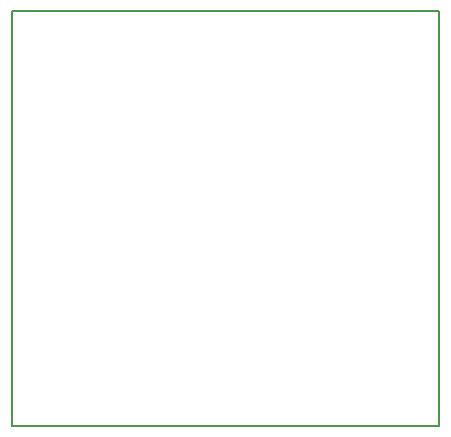
<source format=gbr>
G04 DipTrace 2.4.0.2*
%INBoardOutline.gbr*%
%MOMM*%
%ADD11C,0.14*%
%FSLAX53Y53*%
G04*
G71*
G90*
G75*
G01*
%LNBoardOutline*%
%LPD*%
X-152Y35379D2*
D11*
X36061D1*
Y227D1*
X-152D1*
Y35379D1*
M02*

</source>
